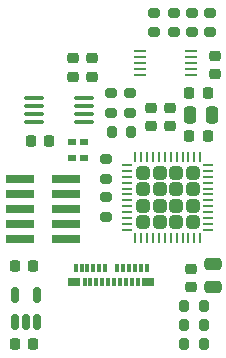
<source format=gbr>
%TF.GenerationSoftware,KiCad,Pcbnew,(5.99.0-8564-gb2cd1fddf9)*%
%TF.CreationDate,2021-01-25T15:54:05+03:00*%
%TF.ProjectId,Eloise_nA_meter_v2,456c6f69-7365-45f6-9e41-5f6d65746572,rev?*%
%TF.SameCoordinates,Original*%
%TF.FileFunction,Paste,Top*%
%TF.FilePolarity,Positive*%
%FSLAX46Y46*%
G04 Gerber Fmt 4.6, Leading zero omitted, Abs format (unit mm)*
G04 Created by KiCad (PCBNEW (5.99.0-8564-gb2cd1fddf9)) date 2021-01-25 15:54:05*
%MOMM*%
%LPD*%
G01*
G04 APERTURE LIST*
G04 Aperture macros list*
%AMRoundRect*
0 Rectangle with rounded corners*
0 $1 Rounding radius*
0 $2 $3 $4 $5 $6 $7 $8 $9 X,Y pos of 4 corners*
0 Add a 4 corners polygon primitive as box body*
4,1,4,$2,$3,$4,$5,$6,$7,$8,$9,$2,$3,0*
0 Add four circle primitives for the rounded corners*
1,1,$1+$1,$2,$3*
1,1,$1+$1,$4,$5*
1,1,$1+$1,$6,$7*
1,1,$1+$1,$8,$9*
0 Add four rect primitives between the rounded corners*
20,1,$1+$1,$2,$3,$4,$5,0*
20,1,$1+$1,$4,$5,$6,$7,0*
20,1,$1+$1,$6,$7,$8,$9,0*
20,1,$1+$1,$8,$9,$2,$3,0*%
G04 Aperture macros list end*
%ADD10RoundRect,0.225000X-0.225000X-0.250000X0.225000X-0.250000X0.225000X0.250000X-0.225000X0.250000X0*%
%ADD11RoundRect,0.225000X-0.250000X0.225000X-0.250000X-0.225000X0.250000X-0.225000X0.250000X0.225000X0*%
%ADD12RoundRect,0.225000X0.250000X-0.225000X0.250000X0.225000X-0.250000X0.225000X-0.250000X-0.225000X0*%
%ADD13RoundRect,0.200000X-0.275000X0.200000X-0.275000X-0.200000X0.275000X-0.200000X0.275000X0.200000X0*%
%ADD14RoundRect,0.200000X0.275000X-0.200000X0.275000X0.200000X-0.275000X0.200000X-0.275000X-0.200000X0*%
%ADD15RoundRect,0.200000X-0.200000X-0.275000X0.200000X-0.275000X0.200000X0.275000X-0.200000X0.275000X0*%
%ADD16RoundRect,0.150000X0.150000X-0.512500X0.150000X0.512500X-0.150000X0.512500X-0.150000X-0.512500X0*%
%ADD17R,0.300000X0.700000*%
%ADD18R,1.000000X0.700000*%
%ADD19RoundRect,0.100000X0.712500X0.100000X-0.712500X0.100000X-0.712500X-0.100000X0.712500X-0.100000X0*%
%ADD20RoundRect,0.250000X-0.315000X0.315000X-0.315000X-0.315000X0.315000X-0.315000X0.315000X0.315000X0*%
%ADD21RoundRect,0.062500X-0.062500X0.375000X-0.062500X-0.375000X0.062500X-0.375000X0.062500X0.375000X0*%
%ADD22RoundRect,0.062500X-0.375000X0.062500X-0.375000X-0.062500X0.375000X-0.062500X0.375000X0.062500X0*%
%ADD23RoundRect,0.250000X-0.250000X-0.475000X0.250000X-0.475000X0.250000X0.475000X-0.250000X0.475000X0*%
%ADD24R,1.100000X0.250000*%
%ADD25RoundRect,0.200000X0.200000X0.275000X-0.200000X0.275000X-0.200000X-0.275000X0.200000X-0.275000X0*%
%ADD26R,2.400000X0.740000*%
%ADD27R,0.700000X0.600000*%
%ADD28RoundRect,0.250000X-0.475000X0.250000X-0.475000X-0.250000X0.475000X-0.250000X0.475000X0.250000X0*%
G04 APERTURE END LIST*
D10*
%TO.C,C12*%
X139425000Y-107000000D03*
X140975000Y-107000000D03*
%TD*%
D11*
%TO.C,C3*%
X146000000Y-89425000D03*
X146000000Y-90975000D03*
%TD*%
D10*
%TO.C,C11*%
X139425000Y-113600000D03*
X140975000Y-113600000D03*
%TD*%
D12*
%TO.C,C14*%
X144400000Y-90975000D03*
X144400000Y-89425000D03*
%TD*%
D10*
%TO.C,C4*%
X154225000Y-96000000D03*
X155775000Y-96000000D03*
%TD*%
D12*
%TO.C,C8*%
X152600000Y-95175000D03*
X152600000Y-93625000D03*
%TD*%
D13*
%TO.C,R15*%
X147200000Y-97975000D03*
X147200000Y-99625000D03*
%TD*%
D11*
%TO.C,C2*%
X156400000Y-89225000D03*
X156400000Y-90775000D03*
%TD*%
D14*
%TO.C,R5*%
X152910415Y-87225000D03*
X152910415Y-85575000D03*
%TD*%
D15*
%TO.C,R10*%
X153775000Y-110400000D03*
X155425000Y-110400000D03*
%TD*%
D16*
%TO.C,U4*%
X139450000Y-111737500D03*
X140400000Y-111737500D03*
X141350000Y-111737500D03*
X141350000Y-109462500D03*
X139450000Y-109462500D03*
%TD*%
D15*
%TO.C,R9*%
X153775000Y-112000000D03*
X155425000Y-112000000D03*
%TD*%
%TO.C,R12*%
X153775000Y-113600000D03*
X155425000Y-113600000D03*
%TD*%
D17*
%TO.C,J3*%
X144600000Y-107160000D03*
X145100000Y-107160000D03*
X145600000Y-107160000D03*
X146100000Y-107160000D03*
X146600000Y-107160000D03*
X147100000Y-107160000D03*
X148100000Y-107160000D03*
X148600000Y-107160000D03*
X149100000Y-107160000D03*
X149600000Y-107160000D03*
X150100000Y-107160000D03*
X150600000Y-107160000D03*
D18*
X150700000Y-108400000D03*
D17*
X149850000Y-108400000D03*
X149350000Y-108400000D03*
X148850000Y-108400000D03*
X148350000Y-108400000D03*
X147850000Y-108400000D03*
X147350000Y-108400000D03*
X146850000Y-108400000D03*
X146350000Y-108400000D03*
X145850000Y-108400000D03*
X145350000Y-108400000D03*
D18*
X144500000Y-108400000D03*
%TD*%
D13*
%TO.C,R2*%
X147600000Y-92375000D03*
X147600000Y-94025000D03*
%TD*%
D14*
%TO.C,R7*%
X154410415Y-87225000D03*
X154410415Y-85575000D03*
%TD*%
D19*
%TO.C,U1*%
X145312500Y-94775000D03*
X145312500Y-94125000D03*
X145312500Y-93475000D03*
X145312500Y-92825000D03*
X141087500Y-92825000D03*
X141087500Y-93475000D03*
X141087500Y-94125000D03*
X141087500Y-94775000D03*
%TD*%
D13*
%TO.C,R8*%
X151210415Y-85575000D03*
X151210415Y-87225000D03*
%TD*%
D20*
%TO.C,U5*%
X153100000Y-101900000D03*
X154500000Y-101900000D03*
X151700000Y-101900000D03*
X153100000Y-100500000D03*
X150300000Y-99100000D03*
X153100000Y-103300000D03*
X151700000Y-100500000D03*
X150300000Y-103300000D03*
X153100000Y-99100000D03*
X154500000Y-100500000D03*
X154500000Y-99100000D03*
X151700000Y-99100000D03*
X150300000Y-101900000D03*
X151700000Y-103300000D03*
X154500000Y-103300000D03*
X150300000Y-100500000D03*
D21*
X155150000Y-97762500D03*
X154650000Y-97762500D03*
X154150000Y-97762500D03*
X153650000Y-97762500D03*
X153150000Y-97762500D03*
X152650000Y-97762500D03*
X152150000Y-97762500D03*
X151650000Y-97762500D03*
X151150000Y-97762500D03*
X150650000Y-97762500D03*
X150150000Y-97762500D03*
X149650000Y-97762500D03*
D22*
X148962500Y-98450000D03*
X148962500Y-98950000D03*
X148962500Y-99450000D03*
X148962500Y-99950000D03*
X148962500Y-100450000D03*
X148962500Y-100950000D03*
X148962500Y-101450000D03*
X148962500Y-101950000D03*
X148962500Y-102450000D03*
X148962500Y-102950000D03*
X148962500Y-103450000D03*
X148962500Y-103950000D03*
D21*
X149650000Y-104637500D03*
X150150000Y-104637500D03*
X150650000Y-104637500D03*
X151150000Y-104637500D03*
X151650000Y-104637500D03*
X152150000Y-104637500D03*
X152650000Y-104637500D03*
X153150000Y-104637500D03*
X153650000Y-104637500D03*
X154150000Y-104637500D03*
X154650000Y-104637500D03*
X155150000Y-104637500D03*
D22*
X155837500Y-103950000D03*
X155837500Y-103450000D03*
X155837500Y-102950000D03*
X155837500Y-102450000D03*
X155837500Y-101950000D03*
X155837500Y-101450000D03*
X155837500Y-100950000D03*
X155837500Y-100450000D03*
X155837500Y-99950000D03*
X155837500Y-99450000D03*
X155837500Y-98950000D03*
X155837500Y-98450000D03*
%TD*%
D23*
%TO.C,C6*%
X154250000Y-94200000D03*
X156150000Y-94200000D03*
%TD*%
D14*
%TO.C,R1*%
X149200000Y-94025000D03*
X149200000Y-92375000D03*
%TD*%
%TO.C,R6*%
X156010415Y-87225000D03*
X156010415Y-85575000D03*
%TD*%
D24*
%TO.C,U2*%
X150050000Y-88800000D03*
X150050000Y-89300000D03*
X150050000Y-89800000D03*
X150050000Y-90300000D03*
X150050000Y-90800000D03*
X154350000Y-90800000D03*
X154350000Y-90300000D03*
X154350000Y-89800000D03*
X154350000Y-89300000D03*
X154350000Y-88800000D03*
%TD*%
D11*
%TO.C,C9*%
X154400000Y-107225000D03*
X154400000Y-108775000D03*
%TD*%
D12*
%TO.C,C7*%
X151000000Y-95175000D03*
X151000000Y-93625000D03*
%TD*%
D25*
%TO.C,R14*%
X149325000Y-95700000D03*
X147675000Y-95700000D03*
%TD*%
D13*
%TO.C,R17*%
X147200000Y-101175000D03*
X147200000Y-102825000D03*
%TD*%
D26*
%TO.C,J1*%
X139850000Y-99660000D03*
X143750000Y-99660000D03*
X139850000Y-100930000D03*
X143750000Y-100930000D03*
X139850000Y-102200000D03*
X143750000Y-102200000D03*
X139850000Y-103470000D03*
X143750000Y-103470000D03*
X139850000Y-104740000D03*
X143750000Y-104740000D03*
%TD*%
D10*
%TO.C,C1*%
X140825000Y-96400000D03*
X142375000Y-96400000D03*
%TD*%
%TO.C,C5*%
X154225000Y-92400000D03*
X155775000Y-92400000D03*
%TD*%
D27*
%TO.C,D2*%
X144300000Y-97900000D03*
X144300000Y-96500000D03*
X145300000Y-97900000D03*
X145300000Y-96500000D03*
%TD*%
D28*
%TO.C,C10*%
X156200000Y-106850000D03*
X156200000Y-108750000D03*
%TD*%
M02*

</source>
